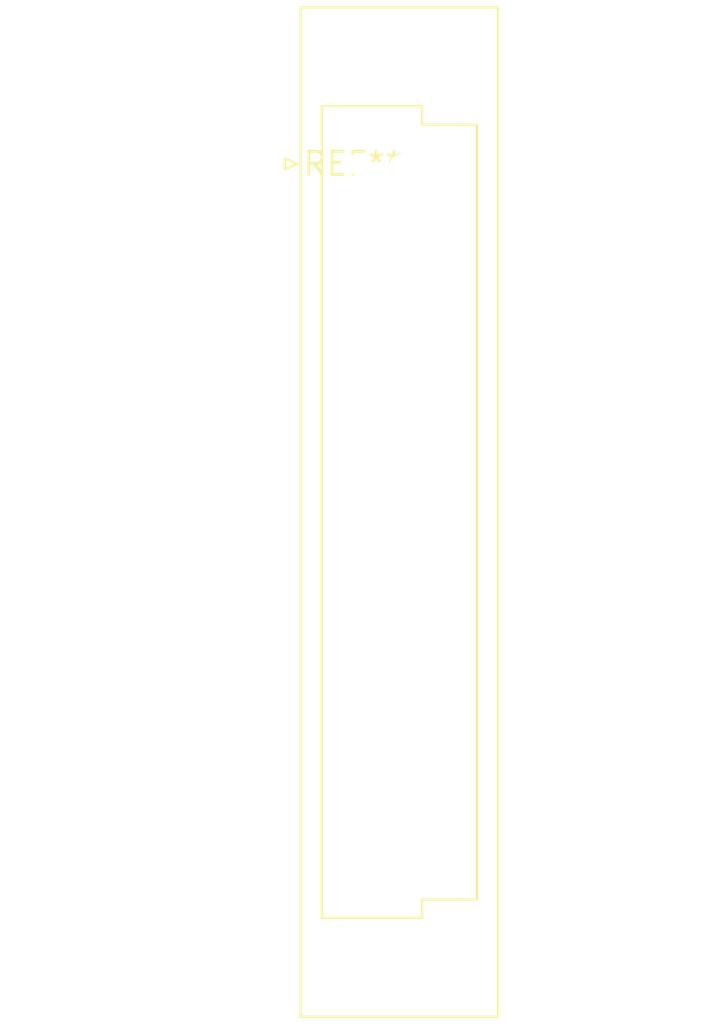
<source format=kicad_pcb>
(kicad_pcb (version 20240108) (generator pcbnew)
  (layers (0 "F.Cu" signal) (31 "B.Cu" signal) (34 "B.Paste" user) (35 "F.Paste" user) (36 "B.SilkS" user "B.Silkscreen") (37 "F.SilkS" user "F.Silkscreen") (38 "B.Mask" user) (39 "F.Mask" user) (44 "Edge.Cuts" user))
  (net 0 "")
  (footprint "DIN41612_C2_3x16_Female_Vertical_THT" (layer "F.Cu") (at 0 0)
    (property "Reference" "REF**")
    (property "Value" "DIN41612_C2_3x16_Female_Vertical_THT")
    (fp_line (start -3.74 -0.3) (end -3.74 0.3) (layer "F.SilkS") (stroke (width 0.12)))
    (fp_line (start -3.74 0.3) (end -3.06 0) (layer "F.SilkS") (stroke (width 0.12)))
    (fp_line (start -3.06 0) (end -3.74 -0.3) (layer "F.SilkS") (stroke (width 0.12)))
    (fp_line (start -2.87 -8.56) (end 7.95 -8.56) (layer "F.SilkS") (stroke (width 0.12)))
    (fp_line (start -2.87 46.66) (end -2.87 -8.56) (layer "F.SilkS") (stroke (width 0.12)))
    (fp_line (start -1.71 -3.15) (end 3.79 -3.15) (layer "F.SilkS") (stroke (width 0.12)))
    (fp_line (start -1.71 41.25) (end -1.71 -3.15) (layer "F.SilkS") (stroke (width 0.12)))
    (fp_line (start 3.79 -3.15) (end 3.79 -2.15) (layer "F.SilkS") (stroke (width 0.12)))
    (fp_line (start 3.79 -2.15) (end 6.79 -2.15) (layer "F.SilkS") (stroke (width 0.12)))
    (fp_line (start 3.79 40.25) (end 3.79 41.25) (layer "F.SilkS") (stroke (width 0.12)))
    (fp_line (start 3.79 41.25) (end -1.71 41.25) (layer "F.SilkS") (stroke (width 0.12)))
    (fp_line (start 6.79 -2.15) (end 6.79 40.25) (layer "F.SilkS") (stroke (width 0.12)))
    (fp_line (start 6.79 40.25) (end 3.79 40.25) (layer "F.SilkS") (stroke (width 0.12)))
    (fp_line (start 7.95 -8.56) (end 7.95 46.66) (layer "F.SilkS") (stroke (width 0.12)))
    (fp_line (start 7.95 46.66) (end -2.87 46.66) (layer "F.SilkS") (stroke (width 0.12)))
    (pad "" np_thru_hole circle (at 2.24 -5.95) (size 2.85 2.85) (drill 2.85) (layers *.Cu *.Mask))
    (pad "" np_thru_hole circle (at 2.24 44.05) (size 2.85 2.85) (drill 2.85) (layers *.Cu *.Mask))
    (pad "a1" thru_hole roundrect (at 0 0) (size 1.55 1.55) (drill 1) (layers *.Cu *.Mask) (remove_unused_layers) (roundrect_rratio 0.16129))
    (pad "a2" thru_hole circle (at 0 2.54) (size 1.55 1.55) (drill 1) (layers *.Cu *.Mask) (remove_unused_layers))
    (pad "a3" thru_hole circle (at 0 5.08) (size 1.55 1.55) (drill 1) (layers *.Cu *.Mask) (remove_unused_layers))
    (pad "a4" thru_hole circle (at 0 7.62) (size 1.55 1.55) (drill 1) (layers *.Cu *.Mask) (remove_unused_layers))
    (pad "a5" thru_hole circle (at 0 10.16) (size 1.55 1.55) (drill 1) (layers *.Cu *.Mask) (remove_unused_layers))
    (pad "a6" thru_hole circle (at 0 12.7) (size 1.55 1.55) (drill 1) (layers *.Cu *.Mask) (remove_unused_layers))
    (pad "a7" thru_hole circle (at 0 15.24) (size 1.55 1.55) (drill 1) (layers *.Cu *.Mask) (remove_unused_layers))
    (pad "a8" thru_hole circle (at 0 17.78) (size 1.55 1.55) (drill 1) (layers *.Cu *.Mask) (remove_unused_layers))
    (pad "a9" thru_hole circle (at 0 20.32) (size 1.55 1.55) (drill 1) (layers *.Cu *.Mask) (remove_unused_layers))
    (pad "a10" thru_hole circle (at 0 22.86) (size 1.55 1.55) (drill 1) (layers *.Cu *.Mask) (remove_unused_layers))
    (pad "a11" thru_hole circle (at 0 25.4) (size 1.55 1.55) (drill 1) (layers *.Cu *.Mask) (remove_unused_layers))
    (pad "a12" thru_hole circle (at 0 27.94) (size 1.55 1.55) (drill 1) (layers *.Cu *.Mask) (remove_unused_layers))
    (pad "a13" thru_hole circle (at 0 30.48) (size 1.55 1.55) (drill 1) (layers *.Cu *.Mask) (remove_unused_layers))
    (pad "a14" thru_hole circle (at 0 33.02) (size 1.55 1.55) (drill 1) (layers *.Cu *.Mask) (remove_unused_layers))
    (pad "a15" thru_hole circle (at 0 35.56) (size 1.55 1.55) (drill 1) (layers *.Cu *.Mask) (remove_unused_layers))
    (pad "a16" thru_hole circle (at 0 38.1) (size 1.55 1.55) (drill 1) (layers *.Cu *.Mask) (remove_unused_layers))
    (pad "b1" thru_hole circle (at 2.54 0) (size 1.55 1.55) (drill 1) (layers *.Cu *.Mask) (remove_unused_layers))
    (pad "b2" thru_hole circle (at 2.54 2.54) (size 1.55 1.55) (drill 1) (layers *.Cu *.Mask) (remove_unused_layers))
    (pad "b3" thru_hole circle (at 2.54 5.08) (size 1.55 1.55) (drill 1) (layers *.Cu *.Mask) (remove_unused_layers))
    (pad "b4" thru_hole circle (at 2.54 7.62) (size 1.55 1.55) (drill 1) (layers *.Cu *.Mask) (remove_unused_layers))
    (pad "b5" thru_hole circle (at 2.54 10.16) (size 1.55 1.55) (drill 1) (layers *.Cu *.Mask) (remove_unused_layers))
    (pad "b6" thru_hole circle (at 2.54 12.7) (size 1.55 1.55) (drill 1) (layers *.Cu *.Mask) (remove_unused_layers))
    (pad "b7" thru_hole circle (at 2.54 15.24) (size 1.55 1.55) (drill 1) (layers *.Cu *.Mask) (remove_unused_layers))
    (pad "b8" thru_hole circle (at 2.54 17.78) (size 1.55 1.55) (drill 1) (layers *.Cu *.Mask) (remove_unused_layers))
    (pad "b9" thru_hole circle (at 2.54 20.32) (size 1.55 1.55) (drill 1) (layers *.Cu *.Mask) (remove_unused_layers))
    (pad "b10" thru_hole circle (at 2.54 22.86) (size 1.55 1.55) (drill 1) (layers *.Cu *.Mask) (remove_unused_layers))
    (pad "b11" thru_hole circle (at 2.54 25.4) (size 1.55 1.55) (drill 1) (layers *.Cu *.Mask) (remove_unused_layers))
    (pad "b12" thru_hole circle (at 2.54 27.94) (size 1.55 1.55) (drill 1) (layers *.Cu *.Mask) (remove_unused_layers))
    (pad "b13" thru_hole circle (at 2.54 30.48) (size 1.55 1.55) (drill 1) (layers *.Cu *.Mask) (remove_unused_layers))
    (pad "b14" thru_hole circle (at 2.54 33.02) (size 1.55 1.55) (drill 1) (layers *.Cu *.Mask) (remove_unused_layers))
    (pad "b15" thru_hole circle (at 2.54 35.56) (size 1.55 1.55) (drill 1) (layers *.Cu *.Mask) (remove_unused_layers))
    (pad "b16" thru_hole circle (at 2.54 38.1) (size 1.55 1.55) (drill 1) (layers *.Cu *.Mask) (remove_unused_layers))
    (pad "c1" thru_hole circle (at 5.08 0) (size 1.55 1.55) (drill 1) (layers *.Cu *.Mask) (remove_unused_layers))
    (pad "c2" thru_hole circle (at 5.08 2.54) (size 1.55 1.55) (drill 1) (layers *.Cu *.Mask) (remove_unused_layers))
    (pad "c3" thru_hole circle (at 5.08 5.08) (size 1.55 1.55) (drill 1) (layers *.Cu *.Mask) (remove_unused_layers))
    (pad "c4" thru_hole circle (at 5.08 7.62) (size 1.55 1.55) (drill 1) (layers *.Cu *.Mask) (remove_unused_layers))
    (pad "c5" thru_hole circle (at 5.08 10.16) (size 1.55 1.55) (drill 1) (layers *.Cu *.Mask) (remove_unused_layers))
    (pad "c6" thru_hole circle (at 5.08 12.7) (size 1.55 1.55) (drill 1) (layers *.Cu *.Mask) (remove_unused_layers))
    (pad "c7" thru_hole circle (at 5.08 15.24) (size 1.55 1.55) (drill 1) (layers *.Cu *.Mask) (remove_unused_layers))
    (pad "c8" thru_hole circle (at 5.08 17.78) (size 1.55 1.55) (drill 1) (layers *.Cu *.Mask) (remove_unused_layers))
    (pad "c9" thru_hole circle (at 5.08 20.32) (size 1.55 1.55) (drill 1) (layers *.Cu *.Mask) (remove_unused_layers))
    (pad "c10" thru_hole circle (at 5.08 22.86) (size 1.55 1.55) (drill 1) (layers *.Cu *.Mask) (remove_unused_layers))
    (pad "c11" thru_hole circle (at 5.08 25.4) (size 1.55 1.55) (drill 1) (layers *.Cu *.Mask) (remove_unused_layers))
    (pad "c12" thru_hole circle (at 5.08 27.94) (size 1.55 1.55) (drill 1) (layers *.Cu *.Mask) (remove_unused_layers))
    (pad "c13" thru_hole circle (at 5.08 30.48) (size 1.55 1.55) (drill 1) (layers *.Cu *.Mask) (remove_unused_layers))
    (pad "c14" thru_hole circle (at 5.08 33.02) (size 1.55 1.55) (drill 1) (layers *.Cu *.Mask) (remove_unused_layers))
    (pad "c15" thru_hole circle (at 5.08 35.56) (size 1.55 1.55) (drill 1) (layers *.Cu *.Mask) (remove_unused_layers))
    (pad "c16" thru_hole circle (at 5.08 38.1) (size 1.55 1.55) (drill 1) (layers *.Cu *.Mask) (remove_unused_layers))
  )
)
</source>
